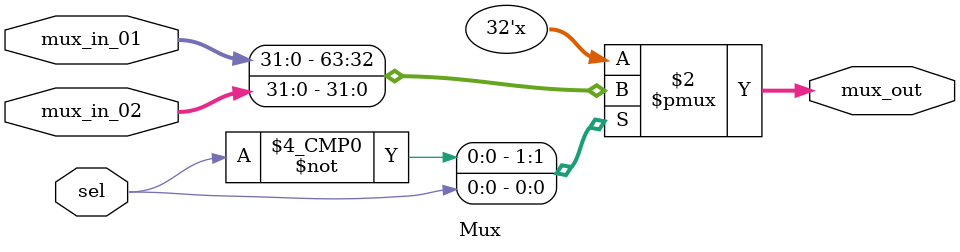
<source format=sv>
module Mux(
        output logic [31:0] mux_out,
        input logic [31:0] mux_in_01,
        input logic [31:0] mux_in_02,
        input logic sel
        );

always_comb
    begin
        case(sel)
            1'b0: mux_out = mux_in_01;
            1'b1: mux_out = mux_in_02;
            default: mux_out = 32'bx;
        endcase    
    end
endmodule
</source>
